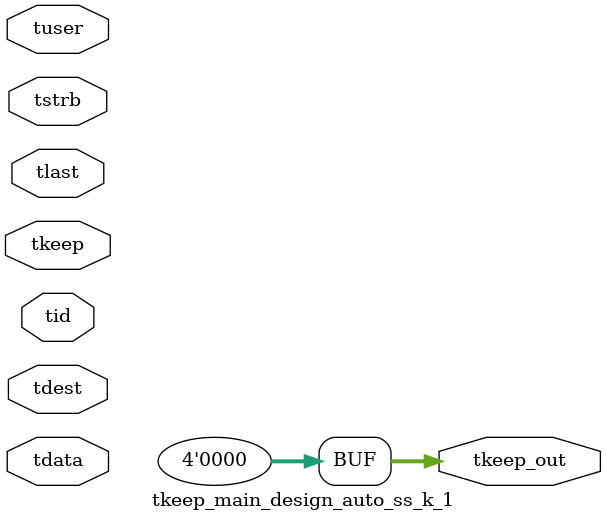
<source format=v>


`timescale 1ps/1ps

module tkeep_main_design_auto_ss_k_1 #
(
parameter C_S_AXIS_TDATA_WIDTH = 32,
parameter C_S_AXIS_TUSER_WIDTH = 0,
parameter C_S_AXIS_TID_WIDTH   = 0,
parameter C_S_AXIS_TDEST_WIDTH = 0,
parameter C_M_AXIS_TDATA_WIDTH = 32
)
(
input  [(C_S_AXIS_TDATA_WIDTH == 0 ? 1 : C_S_AXIS_TDATA_WIDTH)-1:0     ] tdata,
input  [(C_S_AXIS_TUSER_WIDTH == 0 ? 1 : C_S_AXIS_TUSER_WIDTH)-1:0     ] tuser,
input  [(C_S_AXIS_TID_WIDTH   == 0 ? 1 : C_S_AXIS_TID_WIDTH)-1:0       ] tid,
input  [(C_S_AXIS_TDEST_WIDTH == 0 ? 1 : C_S_AXIS_TDEST_WIDTH)-1:0     ] tdest,
input  [(C_S_AXIS_TDATA_WIDTH/8)-1:0 ] tkeep,
input  [(C_S_AXIS_TDATA_WIDTH/8)-1:0 ] tstrb,
input                                                                    tlast,
output [(C_M_AXIS_TDATA_WIDTH/8)-1:0 ] tkeep_out
);

assign tkeep_out = {1'b0};

endmodule


</source>
